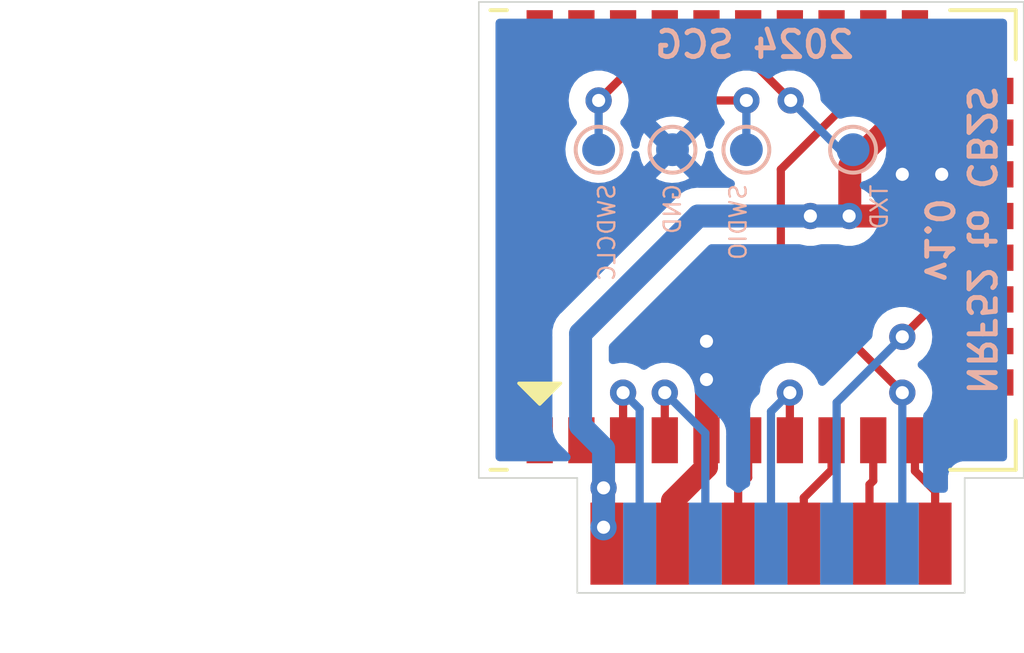
<source format=kicad_pcb>
(kicad_pcb (version 20211014) (generator pcbnew)
  (layers (0 "F.Cu" signal) (31 "B.Cu" signal) (34 "B.Paste" user) (35 "F.Paste" user) (36 "B.SilkS" user "B.Silkscreen") (37 "F.SilkS" user "F.Silkscreen") (38 "B.Mask" user) (39 "F.Mask" user) (44 "Edge.Cuts" user))
  (net 0 "")
  (net 1 "Net-(TP2-Pad1)")
  (net 2 "Net-(TP1-Pad1)")
  (net 3 "GNDD")
  (net 4 "/P6")
  (net 5 "/P7")
  (net 6 "/P8")
  (net 7 "/ADC")
  (net 8 "/CEN")
  (net 10 "/RX1")
  (net 19 "/TX1")
  (net 20 "/P24")
  (net 21 "/P26")
  (net 22 "Net-(TP4-Pad1)")
  (net 26 "+3.3V")
  (footprint "nrf52_cb2s:TY-WB2S_conn" (layer "F.Cu") (at 144.5 94.5)
    (fp_text reference "J1" hide)
    (fp_text value "Conn_01x11_Male")
    (pad "1" smd rect locked (at 0 0) (size 1 2.5) (layers "F.Cu" "F.Paste" "F.Mask") (net 26 "+3.3V"))
    (pad "2" smd rect locked (at 1 0) (size 1 2.5) (layers "B.Cu" "B.Paste" "B.Mask") (net 4 "/P6"))
    (pad "3" smd rect locked (at 2 0) (size 1 2.5) (layers "F.Cu" "F.Paste" "F.Mask") (net 3 "GNDD"))
    (pad "4" smd rect locked (at 3 0) (size 1 2.5) (layers "B.Cu" "B.Paste" "B.Mask") (net 5 "/P7"))
    (pad "5" smd rect locked (at 4 0) (size 1 2.5) (layers "F.Cu" "F.Paste" "F.Mask") (net 10 "/RX1"))
    (pad "6" smd rect locked (at 5 0) (size 1 2.5) (layers "B.Cu" "B.Paste" "B.Mask") (net 6 "/P8"))
    (pad "7" smd rect locked (at 6 0) (size 1 2.5) (layers "F.Cu" "F.Paste" "F.Mask") (net 19 "/TX1"))
    (pad "8" smd rect locked (at 7 0) (size 1 2.5) (layers "B.Cu" "B.Paste" "B.Mask") (net 7 "/ADC"))
    (pad "9" smd rect locked (at 8 0) (size 1 2.5) (layers "F.Cu" "F.Paste" "F.Mask") (net 20 "/P24"))
    (pad "10" smd rect locked (at 9 0) (size 1 2.5) (layers "B.Cu" "B.Paste" "B.Mask") (net 8 "/CEN"))
    (pad "11" smd rect locked (at 10 0) (size 1 2.5) (layers "F.Cu" "F.Paste" "F.Mask") (net 21 "/P26"))
  )
  (footprint "nrf5:E73-2G4M08S1C" (layer "F.Cu") (at 142.455 78.75 -90)
    (fp_text reference "U1" hide)
    (fp_text value "E73-2G4M08S1C")
    (fp_line (start 12 -14.5) (end 13.5 -14.5) (layer "F.SilkS") (width 0.12))
    (fp_line (start -0.5 -12.5) (end -0.5 -14.5) (layer "F.SilkS") (width 0.12))
    (fp_line (start 13.5 -14.5) (end 13.5 -12.5) (layer "F.SilkS") (width 0.12))
    (fp_line (start -0.5 1) (end -0.5 1.5) (layer "F.SilkS") (width 0.12))
    (fp_line (start -0.5 -14.5) (end 1 -14.5) (layer "F.SilkS") (width 0.12))
    (fp_line (start 13.5 1.5) (end 13.5 1) (layer "F.SilkS") (width 0.12))
    (fp_poly (pts (xy 11.5 0) (xy 10.865 0.635) (xy 10.865 -0.635)) (layer "F.SilkS") (width 0.1) (fill solid))
    (pad "1" smd rect locked (at 12.600001 0 270) (size 1.4 0.8) (layers "F.Cu" "F.Paste" "F.Mask"))
    (pad "2" smd rect locked (at 12.600001 -1.27 270) (size 1.4 0.8) (layers "F.Cu" "F.Paste" "F.Mask"))
    (pad "3" smd rect locked (at 12.600001 -2.54 270) (size 1.4 0.8) (layers "F.Cu" "F.Paste" "F.Mask") (net 4 "/P6"))
    (pad "4" smd rect locked (at 12.600001 -3.81 270) (size 1.4 0.8) (layers "F.Cu" "F.Paste" "F.Mask") (net 5 "/P7"))
    (pad "5" smd rect locked (at 12.600001 -5.08 270) (size 1.4 0.8) (layers "F.Cu" "F.Paste" "F.Mask") (net 3 "GNDD"))
    (pad "6" smd rect locked (at 12.600001 -6.35 270) (size 1.4 0.8) (layers "F.Cu" "F.Paste" "F.Mask") (net 10 "/RX1"))
    (pad "7" smd rect locked (at 12.600001 -7.62 270) (size 1.4 0.8) (layers "F.Cu" "F.Paste" "F.Mask") (net 6 "/P8"))
    (pad "8" smd rect locked (at 12.600001 -8.89 270) (size 1.4 0.8) (layers "F.Cu" "F.Paste" "F.Mask") (net 19 "/TX1"))
    (pad "9" smd rect locked (at 12.600001 -10.16 270) (size 1.4 0.8) (layers "F.Cu" "F.Paste" "F.Mask") (net 20 "/P24"))
    (pad "10" smd rect locked (at 12.600001 -11.43 270) (size 1.4 0.8) (layers "F.Cu" "F.Paste" "F.Mask") (net 21 "/P26"))
    (pad "11" smd rect locked (at 10.840001 -13.729999 270) (size 0.8 1.4) (layers "F.Cu" "F.Paste" "F.Mask"))
    (pad "13" smd rect locked (at 9.58 -13.729999 270) (size 0.8 1.4) (layers "F.Cu" "F.Paste" "F.Mask"))
    (pad "15" smd rect locked (at 8.31 -13.729999 270) (size 0.8 1.4) (layers "F.Cu" "F.Paste" "F.Mask") (net 7 "/ADC"))
    (pad "17" smd rect locked (at 7.04 -13.729999 270) (size 0.8 1.4) (layers "F.Cu" "F.Paste" "F.Mask"))
    (pad "19" smd rect locked (at 5.77 -13.729999 270) (size 0.8 1.4) (layers "F.Cu" "F.Paste" "F.Mask") (net 26 "+3.3V"))
    (pad "21" smd rect locked (at 4.5 -13.729999 270) (size 0.8 1.4) (layers "F.Cu" "F.Paste" "F.Mask") (net 3 "GNDD"))
    (pad "23" smd rect locked (at 3.230001 -13.729999 270) (size 0.8 1.4) (layers "F.Cu" "F.Paste" "F.Mask") (net 26 "+3.3V"))
    (pad "25" smd rect locked (at 1.960001 -13.729999 270) (size 0.8 1.4) (layers "F.Cu" "F.Paste" "F.Mask"))
    (pad "26" smd rect locked (at 0.2 -11.43 270) (size 1.4 0.8) (layers "F.Cu" "F.Paste" "F.Mask") (net 8 "/CEN"))
    (pad "27" smd rect locked (at 0.2 -10.16 270) (size 1.4 0.8) (layers "F.Cu" "F.Paste" "F.Mask"))
    (pad "29" smd rect locked (at 0.2 -8.89 270) (size 1.4 0.8) (layers "F.Cu" "F.Paste" "F.Mask"))
    (pad "31" smd rect locked (at 0.2 -7.62 270) (size 1.4 0.8) (layers "F.Cu" "F.Paste" "F.Mask"))
    (pad "33" smd rect locked (at 0.2 -6.35 270) (size 1.4 0.8) (layers "F.Cu" "F.Paste" "F.Mask") (net 22 "Net-(TP4-Pad1)"))
    (pad "35" smd rect locked (at 0.2 -5.08 270) (size 1.4 0.8) (layers "F.Cu" "F.Paste" "F.Mask"))
    (pad "37" smd rect locked (at 0.2 -3.81 270) (size 1.4 0.8) (layers "F.Cu" "F.Paste" "F.Mask") (net 1 "Net-(TP2-Pad1)"))
    (pad "39" smd rect locked (at 0.2 -2.54 270) (size 1.4 0.8) (layers "F.Cu" "F.Paste" "F.Mask") (net 2 "Net-(TP1-Pad1)"))
    (pad "41" smd rect locked (at 0.2 -1.27 270) (size 1.4 0.8) (layers "F.Cu" "F.Paste" "F.Mask"))
    (pad "43" smd rect locked (at 0.2 0 270) (size 1.4 0.8) (layers "F.Cu" "F.Paste" "F.Mask"))
  )
  (footprint "TestPoint:TestPoint_Pad_D1.0mm" (layer "B.Cu") (at 144.25 82.5 180)
    (fp_text reference "TP1")
    (fp_text value "SWDCLC" (at -0.25 -1 90) (layer "B.SilkS") (effects (font (size 0.5 0.5) (thickness 0.07)) (justify left mirror)))
    (fp_circle (center 0 0) (end 0 -0.7) (layer "B.SilkS") (width 0.12) (fill none))
    (pad "1" smd circle locked (at 0 0 180) (size 1 1) (layers "B.Cu" "B.Mask") (net 2 "Net-(TP1-Pad1)"))
  )
  (footprint "TestPoint:TestPoint_Pad_D1.0mm" (layer "B.Cu") (at 148.75 82.5 180)
    (fp_text reference "TP2")
    (fp_text value "SWDIO" (at 0.25 -1 90) (layer "B.SilkS") (effects (font (size 0.5 0.5) (thickness 0.07)) (justify left mirror)))
    (fp_circle (center 0 0) (end 0 -0.7) (layer "B.SilkS") (width 0.12) (fill none))
    (pad "1" smd circle locked (at 0 0 180) (size 1 1) (layers "B.Cu" "B.Mask") (net 1 "Net-(TP2-Pad1)"))
  )
  (footprint "TestPoint:TestPoint_Pad_D1.0mm" (layer "B.Cu") (at 146.5 82.5 180)
    (fp_text reference "TP3")
    (fp_text value "GND" (at 0 -1 90) (layer "B.SilkS") (effects (font (size 0.5 0.5) (thickness 0.07)) (justify left mirror)))
    (fp_circle (center 0 0) (end 0 -0.7) (layer "B.SilkS") (width 0.12) (fill none))
    (pad "1" smd circle locked (at 0 0 180) (size 1 1) (layers "B.Cu" "B.Mask") (net 3 "GNDD"))
  )
  (footprint "TestPoint:TestPoint_Pad_D1.0mm" (layer "B.Cu") (at 152 82.5 180)
    (fp_text reference "TP4" hide)
    (fp_text value "TXD" (at -0.8 -1.745 90) (layer "B.SilkS") (effects (font (size 0.5 0.5) (thickness 0.07)) (justify mirror)))
    (fp_circle (center 0 0) (end 0 -0.7) (layer "B.SilkS") (width 0.12) (fill none))
    (pad "1" smd circle locked (at 0 0 180) (size 1 1) (layers "B.Cu" "B.Mask") (net 22 "Net-(TP4-Pad1)"))
  )
  (gr_line (start 155.4 96) (end 155.4 92.5) (layer "Edge.Cuts") (width 0.05))
  (gr_line (start 155.4 92.5) (end 157.2 92.5) (layer "Edge.Cuts") (width 0.05))
  (gr_line (start 143.6 96) (end 155.4 96) (layer "Edge.Cuts") (width 0.05))
  (gr_line (start 143.6 92.5) (end 140.6 92.5) (layer "Edge.Cuts") (width 0.05))
  (gr_line (start 157.2 92.5) (end 157.2 78) (layer "Edge.Cuts") (width 0.05))
  (gr_line (start 140.6 92.5) (end 140.6 78) (layer "Edge.Cuts") (width 0.05))
  (gr_line (start 143.6 92.5) (end 143.6 96) (layer "Edge.Cuts") (width 0.05))
  (gr_line (start 157.2 78) (end 140.6 78) (layer "Edge.Cuts") (width 0.05))
  (gr_text "2024 SCG" (at 149 79.3) (layer "B.SilkS") (effects (font (size 0.8 0.8)) (justify mirror)))
  (gr_text "NRF52 to CB2S\nv1.0" (at 155.25 85.25 -90) (layer "B.SilkS") (effects (font (size 0.8 0.8)) (justify mirror)))
  (segment (start 146.265 80.265) (end 147 81) (width 0.25) (layer "F.Cu") (net 1))
  (segment (start 147 81) (end 148.75 81) (width 0.25) (layer "F.Cu") (net 1))
  (segment (start 146.265 78.95) (end 146.265 80.265) (width 0.25) (layer "F.Cu") (net 1))
  (via (at 148.75 81) (size 0.8) (drill 0.4) (layers "F.Cu" "B.Cu") (net 1))
  (segment (start 148.75 81) (end 148.75 82.5) (width 0.25) (layer "B.Cu") (net 1))
  (segment (start 144.995 80.255) (end 144.995 78.95) (width 0.25) (layer "F.Cu") (net 2))
  (segment (start 144.25 81) (end 144.995 80.255) (width 0.25) (layer "F.Cu") (net 2))
  (via (at 144.25 81) (size 0.8) (drill 0.4) (layers "F.Cu" "B.Cu") (net 2))
  (segment (start 144.25 81) (end 144.25 82.5) (width 0.25) (layer "B.Cu") (net 2))
  (segment (start 147.535 91.350001) (end 147.535 92.165) (width 0.7) (layer "F.Cu") (net 3))
  (segment (start 147.535 91.350001) (end 147.535 88.335) (width 0.7) (layer "F.Cu") (net 3))
  (segment (start 146.5 93.2) (end 146.5 94.5) (width 0.7) (layer "F.Cu") (net 3))
  (segment (start 156.184999 83.25) (end 154.8 83.25) (width 0.7) (layer "F.Cu") (net 3))
  (segment (start 147.535 92.165) (end 146.5 93.2) (width 0.7) (layer "F.Cu") (net 3))
  (segment (start 154.7 83.25) (end 153.5 83.25) (width 0.7) (layer "F.Cu") (net 3))
  (via (at 147.535 89.5) (size 0.8) (drill 0.4) (layers "F.Cu" "B.Cu") (net 3))
  (via (at 154.7 83.25) (size 0.8) (drill 0.4) (layers "F.Cu" "B.Cu") (net 3))
  (via (at 153.5 83.25) (size 0.8) (drill 0.4) (layers "F.Cu" "B.Cu") (net 3))
  (via (at 147.535 88.335) (size 0.8) (drill 0.4) (layers "F.Cu" "B.Cu") (net 3))
  (segment (start 144.995 89.9) (end 144.995 91.350001) (width 0.25) (layer "F.Cu") (net 4))
  (via (at 144.995 89.9) (size 0.8) (drill 0.4) (layers "F.Cu" "B.Cu") (net 4))
  (segment (start 145.5 90.4) (end 145.5 94.5) (width 0.25) (layer "B.Cu") (net 4))
  (segment (start 145 89.9) (end 145.5 90.4) (width 0.25) (layer "B.Cu") (net 4))
  (segment (start 146.265 89.9) (end 146.265 91.350001) (width 0.25) (layer "F.Cu") (net 5))
  (via (at 146.265 89.9) (size 0.8) (drill 0.4) (layers "F.Cu" "B.Cu") (net 5))
  (segment (start 146.265 89.9) (end 147.5 91.135) (width 0.25) (layer "B.Cu") (net 5))
  (segment (start 147.5 91.135) (end 147.5 94.5) (width 0.25) (layer "B.Cu") (net 5))
  (segment (start 150.075 91.350001) (end 150.075 89.925) (width 0.25) (layer "F.Cu") (net 6))
  (segment (start 150.075 89.925) (end 150.1 89.9) (width 0.25) (layer "F.Cu") (net 6))
  (via (at 150.075 89.9) (size 0.8) (drill 0.4) (layers "F.Cu" "B.Cu") (net 6))
  (segment (start 149.5 94.5) (end 149.5 90.475) (width 0.25) (layer "B.Cu") (net 6))
  (segment (start 149.5 90.475) (end 150.075 89.9) (width 0.25) (layer "B.Cu") (net 6))
  (segment (start 156.184999 87.06) (end 154.64 87.06) (width 0.25) (layer "F.Cu") (net 7))
  (segment (start 154.64 87.06) (end 153.5 88.2) (width 0.25) (layer "F.Cu") (net 7))
  (via (at 153.5 88.2) (size 0.8) (drill 0.4) (layers "F.Cu" "B.Cu") (net 7))
  (segment (start 153.5 88.2) (end 151.5 90.2) (width 0.25) (layer "B.Cu") (net 7))
  (segment (start 151.5 90.2) (end 151.5 94.5) (width 0.25) (layer "B.Cu") (net 7))
  (segment (start 153.885 78.95) (end 153.885 79.915) (width 0.25) (layer "F.Cu") (net 8))
  (segment (start 153.3 80.5) (end 152.4 80.5) (width 0.25) (layer "F.Cu") (net 8))
  (segment (start 153.885 79.915) (end 153.3 80.5) (width 0.25) (layer "F.Cu") (net 8))
  (segment (start 149.8 86.2) (end 153.5 89.9) (width 0.25) (layer "F.Cu") (net 8))
  (segment (start 149.8 83.1) (end 149.8 86.2) (width 0.25) (layer "F.Cu") (net 8))
  (segment (start 152.4 80.5) (end 149.8 83.1) (width 0.25) (layer "F.Cu") (net 8))
  (via (at 153.5 89.9) (size 0.8) (drill 0.4) (layers "F.Cu" "B.Cu") (net 8))
  (segment (start 153.5 94.5) (end 153.5 89.9) (width 0.25) (layer "B.Cu") (net 8))
  (segment (start 148.805 91.350001) (end 148.805 92.49) (width 0.25) (layer "F.Cu") (net 10))
  (segment (start 148.5 92.795) (end 148.5 94.5) (width 0.25) (layer "F.Cu") (net 10))
  (segment (start 148.805 92.49) (end 148.5 92.795) (width 0.25) (layer "F.Cu") (net 10))
  (segment (start 151.345 92.255) (end 151.345 91.350001) (width 0.25) (layer "F.Cu") (net 19))
  (segment (start 150.5 93.1) (end 151.345 92.255) (width 0.25) (layer "F.Cu") (net 19))
  (segment (start 150.5 94.5) (end 150.5 93.1) (width 0.25) (layer "F.Cu") (net 19))
  (segment (start 152.5 94.5) (end 152.5 92.7) (width 0.25) (layer "F.Cu") (net 20))
  (segment (start 152.615 92.585) (end 152.615 91.350001) (width 0.25) (layer "F.Cu") (net 20))
  (segment (start 152.5 92.7) (end 152.615 92.585) (width 0.25) (layer "F.Cu") (net 20))
  (segment (start 153.885 92.285) (end 154.5 92.9) (width 0.25) (layer "F.Cu") (net 21))
  (segment (start 154.5 92.9) (end 154.5 94.5) (width 0.25) (layer "F.Cu") (net 21))
  (segment (start 153.885 91.350001) (end 153.885 92.285) (width 0.25) (layer "F.Cu") (net 21))
  (segment (start 148.805 79.705) (end 150.1 81) (width 0.25) (layer "F.Cu") (net 22))
  (segment (start 148.805 78.95) (end 148.805 79.705) (width 0.25) (layer "F.Cu") (net 22))
  (via (at 150.1 81) (size 0.8) (drill 0.4) (layers "F.Cu" "B.Cu") (net 22))
  (segment (start 150.1 81) (end 151.6 82.5) (width 0.25) (layer "B.Cu") (net 22))
  (segment (start 151.6 82.5) (end 152 82.5) (width 0.25) (layer "B.Cu") (net 22))
  (segment (start 150.7 84.52) (end 151.88 84.52) (width 0.7) (layer "F.Cu") (net 26))
  (segment (start 156.184999 81.980001) (end 152.919999 81.980001) (width 0.7) (layer "F.Cu") (net 26))
  (segment (start 151.88 84.52) (end 156.184999 84.52) (width 0.7) (layer "F.Cu") (net 26))
  (segment (start 144.4 92.8) (end 144.4 93.9) (width 0.7) (layer "F.Cu") (net 26))
  (segment (start 152.919999 81.980001) (end 151.9 83) (width 0.7) (layer "F.Cu") (net 26))
  (segment (start 151.9 83) (end 151.9 84.5) (width 0.7) (layer "F.Cu") (net 26))
  (via (at 151.88 84.52) (size 0.8) (drill 0.4) (layers "F.Cu" "B.Cu") (net 26))
  (via (at 150.7 84.52) (size 0.8) (drill 0.4) (layers "F.Cu" "B.Cu") (net 26))
  (via (at 144.4 92.8) (size 0.8) (drill 0.4) (layers "F.Cu" "B.Cu") (net 26))
  (via (at 144.4 94) (size 0.8) (drill 0.4) (layers "F.Cu" "B.Cu") (net 26))
  (segment (start 151.88 84.52) (end 147.28 84.52) (width 0.7) (layer "B.Cu") (net 26))
  (segment (start 143.7 90.9) (end 144.4 91.6) (width 0.7) (layer "B.Cu") (net 26))
  (segment (start 144.4 91.6) (end 144.4 94) (width 0.7) (layer "B.Cu") (net 26))
  (segment (start 143.7 88.1) (end 143.7 90.9) (width 0.7) (layer "B.Cu") (net 26))
  (segment (start 147.28 84.52) (end 143.7 88.1) (width 0.7) (layer "B.Cu") (net 26))
  (zone (net 3) (net_name "GNDD") (layer "B.Cu") (connect_pads (clearance 0.508)) (min_thickness 0.254) (fill yes (thermal_gap 0.508) (thermal_bridge_width 0.508))
    (polygon (pts (xy 140.8 92.35) (xy 143.75 92.35) (xy 143.75 92.95) (xy 155.25 92.95) (xy 155.25 92.35) (xy 156.95 92.35) (xy 156.95 78.2) (xy 140.8 78.2)))
  )
)
</source>
